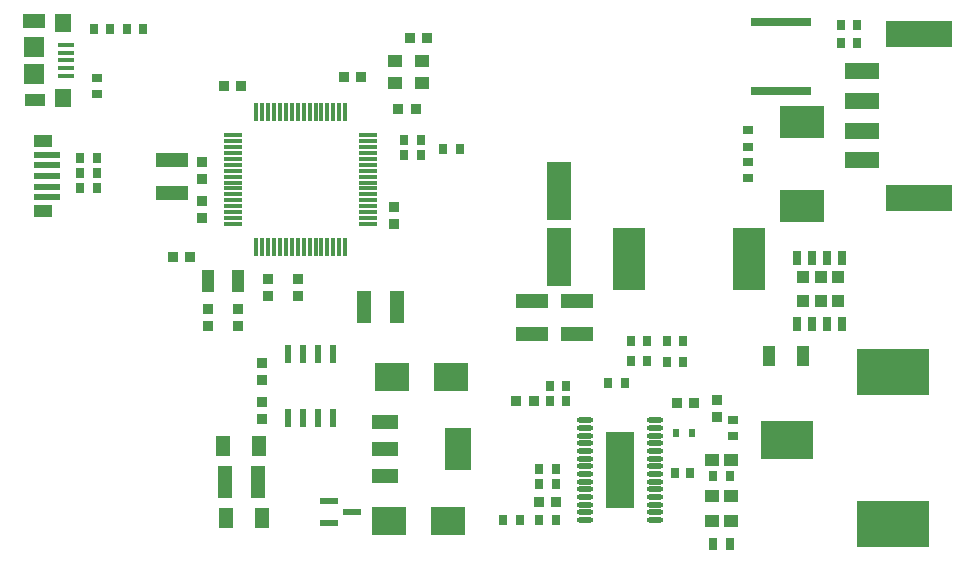
<source format=gtp>
G04*
G04 #@! TF.GenerationSoftware,Altium Limited,Altium Designer,21.5.1 (32)*
G04*
G04 Layer_Color=8421504*
%FSLAX25Y25*%
%MOIN*%
G70*
G04*
G04 #@! TF.SameCoordinates,FA076E1F-1FF3-4579-943B-07A78E15B8C1*
G04*
G04*
G04 #@! TF.FilePolarity,Positive*
G04*
G01*
G75*
%ADD15R,0.07480X0.04724*%
%ADD16R,0.07087X0.04331*%
%ADD17R,0.03937X0.03937*%
%ADD18R,0.03937X0.03937*%
%ADD19R,0.06300X0.01200*%
%ADD20R,0.01200X0.06300*%
%ADD21R,0.03772X0.03591*%
%ADD22R,0.02362X0.03150*%
%ADD23R,0.02985X0.03197*%
%ADD24R,0.07874X0.19685*%
%ADD25R,0.20276X0.02756*%
%ADD26O,0.05512X0.01772*%
%ADD27R,0.09449X0.25433*%
%ADD28R,0.04560X0.03985*%
%ADD29R,0.05118X0.10630*%
%ADD30R,0.02756X0.03543*%
%ADD31R,0.11024X0.20866*%
%ADD32R,0.03543X0.02756*%
%ADD33R,0.11811X0.05512*%
%ADD34R,0.22047X0.08661*%
%ADD35R,0.03150X0.03937*%
%ADD36R,0.03937X0.06693*%
%ADD37R,0.15000X0.11000*%
%ADD38R,0.05118X0.04134*%
%ADD39R,0.04331X0.07480*%
%ADD40R,0.08583X0.02362*%
%ADD41R,0.06221X0.04173*%
%ADD42R,0.03591X0.03772*%
%ADD43R,0.10630X0.05118*%
%ADD44R,0.02362X0.06102*%
%ADD45R,0.04921X0.07087*%
%ADD46R,0.05906X0.02362*%
%ADD47R,0.05400X0.01600*%
%ADD48R,0.05600X0.06300*%
%ADD49R,0.07100X0.07100*%
%ADD50R,0.08700X0.14200*%
%ADD51R,0.08800X0.04800*%
%ADD52R,0.11614X0.09252*%
%ADD53R,0.17323X0.12992*%
%ADD54R,0.24410X0.15354*%
%ADD55R,0.02559X0.04724*%
%ADD56R,0.02756X0.04724*%
D15*
X6000Y185592D02*
D03*
D16*
X6197Y159411D02*
D03*
D17*
X262205Y92520D02*
D03*
X274016D02*
D03*
X262205Y100394D02*
D03*
X274016D02*
D03*
D18*
X268110Y92520D02*
D03*
Y100394D02*
D03*
D19*
X72299Y118095D02*
D03*
Y120063D02*
D03*
Y122031D02*
D03*
Y124000D02*
D03*
Y125969D02*
D03*
Y127937D02*
D03*
Y129905D02*
D03*
Y131874D02*
D03*
Y133858D02*
D03*
Y135858D02*
D03*
Y137858D02*
D03*
Y139758D02*
D03*
Y141758D02*
D03*
Y143758D02*
D03*
Y145658D02*
D03*
Y147658D02*
D03*
X117240D02*
D03*
Y145658D02*
D03*
Y143758D02*
D03*
Y141758D02*
D03*
Y139758D02*
D03*
Y137858D02*
D03*
Y135858D02*
D03*
Y133858D02*
D03*
Y131874D02*
D03*
Y129905D02*
D03*
Y127937D02*
D03*
Y125969D02*
D03*
Y124000D02*
D03*
Y122031D02*
D03*
Y120063D02*
D03*
Y118095D02*
D03*
D20*
X79976Y155358D02*
D03*
X81945D02*
D03*
X83913D02*
D03*
X85882D02*
D03*
X87850D02*
D03*
X89819D02*
D03*
X91787D02*
D03*
X93756D02*
D03*
X95740D02*
D03*
X97740D02*
D03*
X99740D02*
D03*
X101640D02*
D03*
X103640D02*
D03*
X105640D02*
D03*
X107540D02*
D03*
X109540D02*
D03*
Y110417D02*
D03*
X107540D02*
D03*
X105640D02*
D03*
X103640D02*
D03*
X101640D02*
D03*
X99740D02*
D03*
X97740D02*
D03*
X95740D02*
D03*
X93756D02*
D03*
X91787D02*
D03*
X89819D02*
D03*
X87850D02*
D03*
X85882D02*
D03*
X83913D02*
D03*
X81945D02*
D03*
X79976D02*
D03*
D21*
X52138Y107000D02*
D03*
X57862D02*
D03*
X174138Y25500D02*
D03*
X179862D02*
D03*
X166638Y59000D02*
D03*
X172362D02*
D03*
X136972Y180102D02*
D03*
X131248D02*
D03*
X127311Y156480D02*
D03*
X133035D02*
D03*
X109138Y167000D02*
D03*
X114862D02*
D03*
X74862Y164000D02*
D03*
X69138D02*
D03*
X220138Y58500D02*
D03*
X225862D02*
D03*
D22*
X219941Y48500D02*
D03*
X225059D02*
D03*
D23*
X224468Y35000D02*
D03*
X219531D02*
D03*
D24*
X181000Y107000D02*
D03*
Y129000D02*
D03*
D25*
X255000Y185516D02*
D03*
Y162484D02*
D03*
D26*
X189500Y52618D02*
D03*
Y50059D02*
D03*
Y47500D02*
D03*
Y44941D02*
D03*
Y42382D02*
D03*
Y39823D02*
D03*
Y37264D02*
D03*
Y34705D02*
D03*
Y32146D02*
D03*
Y29587D02*
D03*
Y27028D02*
D03*
Y24468D02*
D03*
Y21910D02*
D03*
Y19350D02*
D03*
X212728Y52618D02*
D03*
Y50059D02*
D03*
Y47500D02*
D03*
Y44941D02*
D03*
Y42382D02*
D03*
Y39823D02*
D03*
Y37264D02*
D03*
Y34705D02*
D03*
Y32146D02*
D03*
Y29587D02*
D03*
Y27028D02*
D03*
Y24468D02*
D03*
Y21910D02*
D03*
Y19350D02*
D03*
D27*
X201114Y35984D02*
D03*
D28*
X238256Y27500D02*
D03*
X231744D02*
D03*
Y39500D02*
D03*
X238256D02*
D03*
Y19000D02*
D03*
X231744D02*
D03*
D29*
X127012Y90500D02*
D03*
X115988D02*
D03*
X80512Y32000D02*
D03*
X69488D02*
D03*
D30*
X222256Y79000D02*
D03*
X216744D02*
D03*
X162244Y19500D02*
D03*
X167756D02*
D03*
X204744Y79000D02*
D03*
X210256D02*
D03*
X204744Y72500D02*
D03*
X210256D02*
D03*
X222256Y72000D02*
D03*
X216744D02*
D03*
X31256Y183000D02*
D03*
X25744D02*
D03*
X42256D02*
D03*
X36744D02*
D03*
X174244Y31500D02*
D03*
X179756D02*
D03*
X232244Y34000D02*
D03*
X237756D02*
D03*
X134756Y141000D02*
D03*
X129244D02*
D03*
X197244Y65000D02*
D03*
X202756D02*
D03*
X147756Y143000D02*
D03*
X142244D02*
D03*
X134756Y146000D02*
D03*
X129244D02*
D03*
X177744Y64000D02*
D03*
X183256D02*
D03*
X183256Y59000D02*
D03*
X177744D02*
D03*
X174244Y19500D02*
D03*
X179756D02*
D03*
X174244Y36500D02*
D03*
X179756D02*
D03*
X274744Y184500D02*
D03*
X280256D02*
D03*
X274744Y178500D02*
D03*
X280256D02*
D03*
X26756Y130000D02*
D03*
X21244D02*
D03*
X26756Y135000D02*
D03*
X21244D02*
D03*
X26756Y140000D02*
D03*
X21244D02*
D03*
D31*
X204331Y106299D02*
D03*
X244094D02*
D03*
D32*
X244000Y133244D02*
D03*
Y138756D02*
D03*
Y143744D02*
D03*
Y149256D02*
D03*
X239000Y47244D02*
D03*
Y52756D02*
D03*
X27000Y166756D02*
D03*
Y161244D02*
D03*
D33*
X281693Y168898D02*
D03*
Y159055D02*
D03*
Y149213D02*
D03*
Y139370D02*
D03*
D34*
X300787Y181496D02*
D03*
Y126772D02*
D03*
D35*
X237953Y11500D02*
D03*
X232047D02*
D03*
D36*
X250791Y74000D02*
D03*
X262209D02*
D03*
D37*
X262000Y123951D02*
D03*
Y152049D02*
D03*
D38*
X126236Y164945D02*
D03*
X135291D02*
D03*
Y172228D02*
D03*
X126236D02*
D03*
D39*
X64000Y99000D02*
D03*
X73843D02*
D03*
D40*
X10118Y126945D02*
D03*
Y130488D02*
D03*
Y134031D02*
D03*
Y137575D02*
D03*
Y141118D02*
D03*
D41*
X8937Y122417D02*
D03*
Y145646D02*
D03*
D42*
X84000Y94138D02*
D03*
Y99862D02*
D03*
X64000Y89862D02*
D03*
Y84138D02*
D03*
X74000Y89862D02*
D03*
Y84138D02*
D03*
X62000Y138862D02*
D03*
Y133138D02*
D03*
X94000Y99862D02*
D03*
Y94138D02*
D03*
X62000Y125862D02*
D03*
Y120138D02*
D03*
X126000Y123862D02*
D03*
Y118138D02*
D03*
X82000Y58862D02*
D03*
Y53138D02*
D03*
Y71862D02*
D03*
Y66138D02*
D03*
X233500Y53638D02*
D03*
Y59362D02*
D03*
D43*
X52000Y128488D02*
D03*
Y139512D02*
D03*
X187000Y81488D02*
D03*
Y92512D02*
D03*
X172000Y81488D02*
D03*
Y92512D02*
D03*
D44*
X105500Y53370D02*
D03*
X100500D02*
D03*
X95500D02*
D03*
X90500D02*
D03*
Y74630D02*
D03*
X95500D02*
D03*
X100500D02*
D03*
X105500D02*
D03*
D45*
X82004Y20000D02*
D03*
X69996D02*
D03*
X68996Y44000D02*
D03*
X81004D02*
D03*
D46*
X104260Y25740D02*
D03*
Y18260D02*
D03*
X111740Y22000D02*
D03*
D47*
X16433Y172600D02*
D03*
Y170000D02*
D03*
Y175159D02*
D03*
Y177718D02*
D03*
Y167400D02*
D03*
D48*
X15449Y160000D02*
D03*
Y185198D02*
D03*
D49*
X6000Y177128D02*
D03*
Y168000D02*
D03*
D50*
X147300Y43000D02*
D03*
D51*
X122800Y33900D02*
D03*
Y43000D02*
D03*
Y52100D02*
D03*
D52*
X143744Y19000D02*
D03*
X124256D02*
D03*
X125256Y67000D02*
D03*
X144744D02*
D03*
D53*
X256693Y46063D02*
D03*
D54*
X292126Y68701D02*
D03*
Y17913D02*
D03*
D55*
X260236Y84646D02*
D03*
X265236D02*
D03*
X270236D02*
D03*
X275236D02*
D03*
D56*
X260236Y106890D02*
D03*
X265236D02*
D03*
X270236D02*
D03*
X275236D02*
D03*
M02*

</source>
